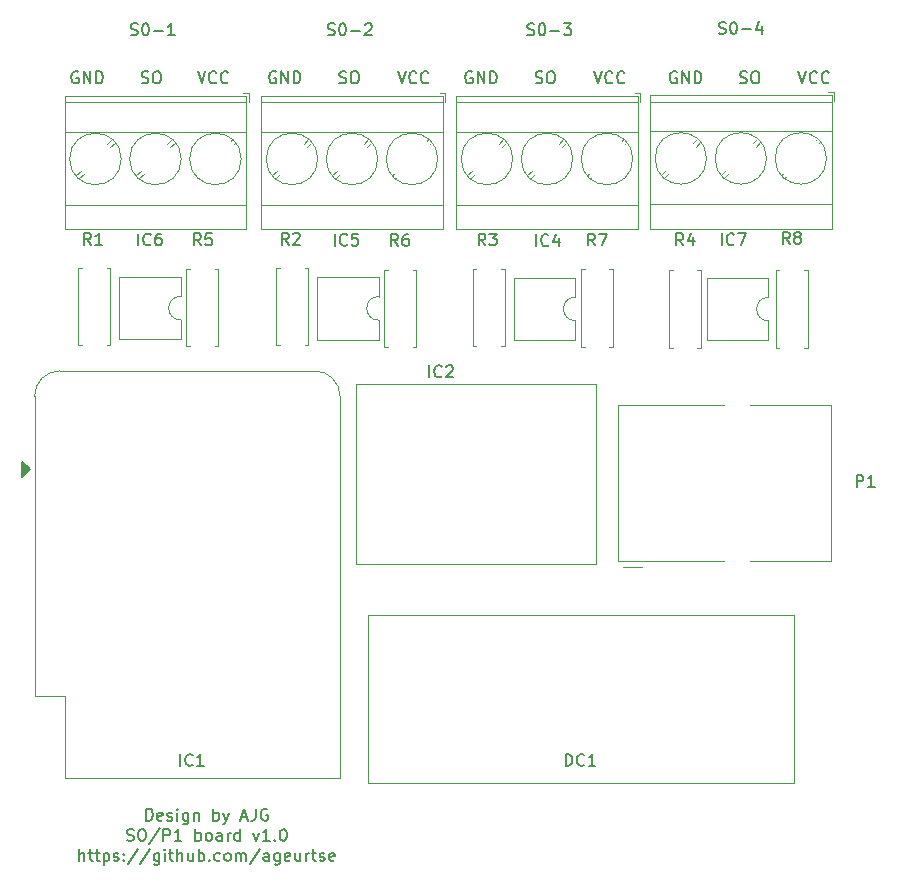
<source format=gbr>
%TF.GenerationSoftware,KiCad,Pcbnew,(6.0.7)*%
%TF.CreationDate,2023-01-06T17:08:48+01:00*%
%TF.ProjectId,s0 interface,73302069-6e74-4657-9266-6163652e6b69,rev?*%
%TF.SameCoordinates,Original*%
%TF.FileFunction,Legend,Top*%
%TF.FilePolarity,Positive*%
%FSLAX46Y46*%
G04 Gerber Fmt 4.6, Leading zero omitted, Abs format (unit mm)*
G04 Created by KiCad (PCBNEW (6.0.7)) date 2023-01-06 17:08:48*
%MOMM*%
%LPD*%
G01*
G04 APERTURE LIST*
%ADD10C,0.150000*%
%ADD11C,0.120000*%
%ADD12C,0.100000*%
G04 APERTURE END LIST*
D10*
X163418095Y-108354761D02*
X163560952Y-108402380D01*
X163799047Y-108402380D01*
X163894285Y-108354761D01*
X163941904Y-108307142D01*
X163989523Y-108211904D01*
X163989523Y-108116666D01*
X163941904Y-108021428D01*
X163894285Y-107973809D01*
X163799047Y-107926190D01*
X163608571Y-107878571D01*
X163513333Y-107830952D01*
X163465714Y-107783333D01*
X163418095Y-107688095D01*
X163418095Y-107592857D01*
X163465714Y-107497619D01*
X163513333Y-107450000D01*
X163608571Y-107402380D01*
X163846666Y-107402380D01*
X163989523Y-107450000D01*
X164608571Y-107402380D02*
X164799047Y-107402380D01*
X164894285Y-107450000D01*
X164989523Y-107545238D01*
X165037142Y-107735714D01*
X165037142Y-108069047D01*
X164989523Y-108259523D01*
X164894285Y-108354761D01*
X164799047Y-108402380D01*
X164608571Y-108402380D01*
X164513333Y-108354761D01*
X164418095Y-108259523D01*
X164370476Y-108069047D01*
X164370476Y-107735714D01*
X164418095Y-107545238D01*
X164513333Y-107450000D01*
X164608571Y-107402380D01*
X166180000Y-107354761D02*
X165322857Y-108640476D01*
X166513333Y-108402380D02*
X166513333Y-107402380D01*
X166894285Y-107402380D01*
X166989523Y-107450000D01*
X167037142Y-107497619D01*
X167084761Y-107592857D01*
X167084761Y-107735714D01*
X167037142Y-107830952D01*
X166989523Y-107878571D01*
X166894285Y-107926190D01*
X166513333Y-107926190D01*
X168037142Y-108402380D02*
X167465714Y-108402380D01*
X167751428Y-108402380D02*
X167751428Y-107402380D01*
X167656190Y-107545238D01*
X167560952Y-107640476D01*
X167465714Y-107688095D01*
X169227619Y-108402380D02*
X169227619Y-107402380D01*
X169227619Y-107783333D02*
X169322857Y-107735714D01*
X169513333Y-107735714D01*
X169608571Y-107783333D01*
X169656190Y-107830952D01*
X169703809Y-107926190D01*
X169703809Y-108211904D01*
X169656190Y-108307142D01*
X169608571Y-108354761D01*
X169513333Y-108402380D01*
X169322857Y-108402380D01*
X169227619Y-108354761D01*
X170275238Y-108402380D02*
X170180000Y-108354761D01*
X170132380Y-108307142D01*
X170084761Y-108211904D01*
X170084761Y-107926190D01*
X170132380Y-107830952D01*
X170180000Y-107783333D01*
X170275238Y-107735714D01*
X170418095Y-107735714D01*
X170513333Y-107783333D01*
X170560952Y-107830952D01*
X170608571Y-107926190D01*
X170608571Y-108211904D01*
X170560952Y-108307142D01*
X170513333Y-108354761D01*
X170418095Y-108402380D01*
X170275238Y-108402380D01*
X171465714Y-108402380D02*
X171465714Y-107878571D01*
X171418095Y-107783333D01*
X171322857Y-107735714D01*
X171132380Y-107735714D01*
X171037142Y-107783333D01*
X171465714Y-108354761D02*
X171370476Y-108402380D01*
X171132380Y-108402380D01*
X171037142Y-108354761D01*
X170989523Y-108259523D01*
X170989523Y-108164285D01*
X171037142Y-108069047D01*
X171132380Y-108021428D01*
X171370476Y-108021428D01*
X171465714Y-107973809D01*
X171941904Y-108402380D02*
X171941904Y-107735714D01*
X171941904Y-107926190D02*
X171989523Y-107830952D01*
X172037142Y-107783333D01*
X172132380Y-107735714D01*
X172227619Y-107735714D01*
X172989523Y-108402380D02*
X172989523Y-107402380D01*
X172989523Y-108354761D02*
X172894285Y-108402380D01*
X172703809Y-108402380D01*
X172608571Y-108354761D01*
X172560952Y-108307142D01*
X172513333Y-108211904D01*
X172513333Y-107926190D01*
X172560952Y-107830952D01*
X172608571Y-107783333D01*
X172703809Y-107735714D01*
X172894285Y-107735714D01*
X172989523Y-107783333D01*
X174132380Y-107735714D02*
X174370476Y-108402380D01*
X174608571Y-107735714D01*
X175513333Y-108402380D02*
X174941904Y-108402380D01*
X175227619Y-108402380D02*
X175227619Y-107402380D01*
X175132380Y-107545238D01*
X175037142Y-107640476D01*
X174941904Y-107688095D01*
X175941904Y-108307142D02*
X175989523Y-108354761D01*
X175941904Y-108402380D01*
X175894285Y-108354761D01*
X175941904Y-108307142D01*
X175941904Y-108402380D01*
X176608571Y-107402380D02*
X176703809Y-107402380D01*
X176799047Y-107450000D01*
X176846666Y-107497619D01*
X176894285Y-107592857D01*
X176941904Y-107783333D01*
X176941904Y-108021428D01*
X176894285Y-108211904D01*
X176846666Y-108307142D01*
X176799047Y-108354761D01*
X176703809Y-108402380D01*
X176608571Y-108402380D01*
X176513333Y-108354761D01*
X176465714Y-108307142D01*
X176418095Y-108211904D01*
X176370476Y-108021428D01*
X176370476Y-107783333D01*
X176418095Y-107592857D01*
X176465714Y-107497619D01*
X176513333Y-107450000D01*
X176608571Y-107402380D01*
X209956495Y-43315000D02*
X209861257Y-43267380D01*
X209718400Y-43267380D01*
X209575542Y-43315000D01*
X209480304Y-43410238D01*
X209432685Y-43505476D01*
X209385066Y-43695952D01*
X209385066Y-43838809D01*
X209432685Y-44029285D01*
X209480304Y-44124523D01*
X209575542Y-44219761D01*
X209718400Y-44267380D01*
X209813638Y-44267380D01*
X209956495Y-44219761D01*
X210004114Y-44172142D01*
X210004114Y-43838809D01*
X209813638Y-43838809D01*
X210432685Y-44267380D02*
X210432685Y-43267380D01*
X211004114Y-44267380D01*
X211004114Y-43267380D01*
X211480304Y-44267380D02*
X211480304Y-43267380D01*
X211718400Y-43267380D01*
X211861257Y-43315000D01*
X211956495Y-43410238D01*
X212004114Y-43505476D01*
X212051733Y-43695952D01*
X212051733Y-43838809D01*
X212004114Y-44029285D01*
X211956495Y-44124523D01*
X211861257Y-44219761D01*
X211718400Y-44267380D01*
X211480304Y-44267380D01*
X165037142Y-106687880D02*
X165037142Y-105687880D01*
X165275238Y-105687880D01*
X165418095Y-105735500D01*
X165513333Y-105830738D01*
X165560952Y-105925976D01*
X165608571Y-106116452D01*
X165608571Y-106259309D01*
X165560952Y-106449785D01*
X165513333Y-106545023D01*
X165418095Y-106640261D01*
X165275238Y-106687880D01*
X165037142Y-106687880D01*
X166418095Y-106640261D02*
X166322857Y-106687880D01*
X166132380Y-106687880D01*
X166037142Y-106640261D01*
X165989523Y-106545023D01*
X165989523Y-106164071D01*
X166037142Y-106068833D01*
X166132380Y-106021214D01*
X166322857Y-106021214D01*
X166418095Y-106068833D01*
X166465714Y-106164071D01*
X166465714Y-106259309D01*
X165989523Y-106354547D01*
X166846666Y-106640261D02*
X166941904Y-106687880D01*
X167132380Y-106687880D01*
X167227619Y-106640261D01*
X167275238Y-106545023D01*
X167275238Y-106497404D01*
X167227619Y-106402166D01*
X167132380Y-106354547D01*
X166989523Y-106354547D01*
X166894285Y-106306928D01*
X166846666Y-106211690D01*
X166846666Y-106164071D01*
X166894285Y-106068833D01*
X166989523Y-106021214D01*
X167132380Y-106021214D01*
X167227619Y-106068833D01*
X167703809Y-106687880D02*
X167703809Y-106021214D01*
X167703809Y-105687880D02*
X167656190Y-105735500D01*
X167703809Y-105783119D01*
X167751428Y-105735500D01*
X167703809Y-105687880D01*
X167703809Y-105783119D01*
X168608571Y-106021214D02*
X168608571Y-106830738D01*
X168560952Y-106925976D01*
X168513333Y-106973595D01*
X168418095Y-107021214D01*
X168275238Y-107021214D01*
X168180000Y-106973595D01*
X168608571Y-106640261D02*
X168513333Y-106687880D01*
X168322857Y-106687880D01*
X168227619Y-106640261D01*
X168180000Y-106592642D01*
X168132380Y-106497404D01*
X168132380Y-106211690D01*
X168180000Y-106116452D01*
X168227619Y-106068833D01*
X168322857Y-106021214D01*
X168513333Y-106021214D01*
X168608571Y-106068833D01*
X169084761Y-106021214D02*
X169084761Y-106687880D01*
X169084761Y-106116452D02*
X169132380Y-106068833D01*
X169227619Y-106021214D01*
X169370476Y-106021214D01*
X169465714Y-106068833D01*
X169513333Y-106164071D01*
X169513333Y-106687880D01*
X170751428Y-106687880D02*
X170751428Y-105687880D01*
X170751428Y-106068833D02*
X170846666Y-106021214D01*
X171037142Y-106021214D01*
X171132380Y-106068833D01*
X171180000Y-106116452D01*
X171227619Y-106211690D01*
X171227619Y-106497404D01*
X171180000Y-106592642D01*
X171132380Y-106640261D01*
X171037142Y-106687880D01*
X170846666Y-106687880D01*
X170751428Y-106640261D01*
X171560952Y-106021214D02*
X171799047Y-106687880D01*
X172037142Y-106021214D02*
X171799047Y-106687880D01*
X171703809Y-106925976D01*
X171656190Y-106973595D01*
X171560952Y-107021214D01*
X173132380Y-106402166D02*
X173608571Y-106402166D01*
X173037142Y-106687880D02*
X173370476Y-105687880D01*
X173703809Y-106687880D01*
X174322857Y-105687880D02*
X174322857Y-106402166D01*
X174275238Y-106545023D01*
X174180000Y-106640261D01*
X174037142Y-106687880D01*
X173941904Y-106687880D01*
X175322857Y-105735500D02*
X175227619Y-105687880D01*
X175084761Y-105687880D01*
X174941904Y-105735500D01*
X174846666Y-105830738D01*
X174799047Y-105925976D01*
X174751428Y-106116452D01*
X174751428Y-106259309D01*
X174799047Y-106449785D01*
X174846666Y-106545023D01*
X174941904Y-106640261D01*
X175084761Y-106687880D01*
X175180000Y-106687880D01*
X175322857Y-106640261D01*
X175370476Y-106592642D01*
X175370476Y-106259309D01*
X175180000Y-106259309D01*
X202958866Y-43267380D02*
X203292200Y-44267380D01*
X203625533Y-43267380D01*
X204530295Y-44172142D02*
X204482676Y-44219761D01*
X204339819Y-44267380D01*
X204244580Y-44267380D01*
X204101723Y-44219761D01*
X204006485Y-44124523D01*
X203958866Y-44029285D01*
X203911247Y-43838809D01*
X203911247Y-43695952D01*
X203958866Y-43505476D01*
X204006485Y-43410238D01*
X204101723Y-43315000D01*
X204244580Y-43267380D01*
X204339819Y-43267380D01*
X204482676Y-43315000D01*
X204530295Y-43362619D01*
X205530295Y-44172142D02*
X205482676Y-44219761D01*
X205339819Y-44267380D01*
X205244580Y-44267380D01*
X205101723Y-44219761D01*
X205006485Y-44124523D01*
X204958866Y-44029285D01*
X204911247Y-43838809D01*
X204911247Y-43695952D01*
X204958866Y-43505476D01*
X205006485Y-43410238D01*
X205101723Y-43315000D01*
X205244580Y-43267380D01*
X205339819Y-43267380D01*
X205482676Y-43315000D01*
X205530295Y-43362619D01*
X164671476Y-44219761D02*
X164814333Y-44267380D01*
X165052428Y-44267380D01*
X165147666Y-44219761D01*
X165195285Y-44172142D01*
X165242904Y-44076904D01*
X165242904Y-43981666D01*
X165195285Y-43886428D01*
X165147666Y-43838809D01*
X165052428Y-43791190D01*
X164861952Y-43743571D01*
X164766714Y-43695952D01*
X164719095Y-43648333D01*
X164671476Y-43553095D01*
X164671476Y-43457857D01*
X164719095Y-43362619D01*
X164766714Y-43315000D01*
X164861952Y-43267380D01*
X165100047Y-43267380D01*
X165242904Y-43315000D01*
X165861952Y-43267380D02*
X166052428Y-43267380D01*
X166147666Y-43315000D01*
X166242904Y-43410238D01*
X166290523Y-43600714D01*
X166290523Y-43934047D01*
X166242904Y-44124523D01*
X166147666Y-44219761D01*
X166052428Y-44267380D01*
X165861952Y-44267380D01*
X165766714Y-44219761D01*
X165671476Y-44124523D01*
X165623857Y-43934047D01*
X165623857Y-43600714D01*
X165671476Y-43410238D01*
X165766714Y-43315000D01*
X165861952Y-43267380D01*
X220281666Y-43267380D02*
X220615000Y-44267380D01*
X220948333Y-43267380D01*
X221853095Y-44172142D02*
X221805476Y-44219761D01*
X221662619Y-44267380D01*
X221567380Y-44267380D01*
X221424523Y-44219761D01*
X221329285Y-44124523D01*
X221281666Y-44029285D01*
X221234047Y-43838809D01*
X221234047Y-43695952D01*
X221281666Y-43505476D01*
X221329285Y-43410238D01*
X221424523Y-43315000D01*
X221567380Y-43267380D01*
X221662619Y-43267380D01*
X221805476Y-43315000D01*
X221853095Y-43362619D01*
X222853095Y-44172142D02*
X222805476Y-44219761D01*
X222662619Y-44267380D01*
X222567380Y-44267380D01*
X222424523Y-44219761D01*
X222329285Y-44124523D01*
X222281666Y-44029285D01*
X222234047Y-43838809D01*
X222234047Y-43695952D01*
X222281666Y-43505476D01*
X222329285Y-43410238D01*
X222424523Y-43315000D01*
X222567380Y-43267380D01*
X222662619Y-43267380D01*
X222805476Y-43315000D01*
X222853095Y-43362619D01*
X159283495Y-43315000D02*
X159188257Y-43267380D01*
X159045400Y-43267380D01*
X158902542Y-43315000D01*
X158807304Y-43410238D01*
X158759685Y-43505476D01*
X158712066Y-43695952D01*
X158712066Y-43838809D01*
X158759685Y-44029285D01*
X158807304Y-44124523D01*
X158902542Y-44219761D01*
X159045400Y-44267380D01*
X159140638Y-44267380D01*
X159283495Y-44219761D01*
X159331114Y-44172142D01*
X159331114Y-43838809D01*
X159140638Y-43838809D01*
X159759685Y-44267380D02*
X159759685Y-43267380D01*
X160331114Y-44267380D01*
X160331114Y-43267380D01*
X160807304Y-44267380D02*
X160807304Y-43267380D01*
X161045400Y-43267380D01*
X161188257Y-43315000D01*
X161283495Y-43410238D01*
X161331114Y-43505476D01*
X161378733Y-43695952D01*
X161378733Y-43838809D01*
X161331114Y-44029285D01*
X161283495Y-44124523D01*
X161188257Y-44219761D01*
X161045400Y-44267380D01*
X160807304Y-44267380D01*
X169405466Y-43267380D02*
X169738800Y-44267380D01*
X170072133Y-43267380D01*
X170976895Y-44172142D02*
X170929276Y-44219761D01*
X170786419Y-44267380D01*
X170691180Y-44267380D01*
X170548323Y-44219761D01*
X170453085Y-44124523D01*
X170405466Y-44029285D01*
X170357847Y-43838809D01*
X170357847Y-43695952D01*
X170405466Y-43505476D01*
X170453085Y-43410238D01*
X170548323Y-43315000D01*
X170691180Y-43267380D01*
X170786419Y-43267380D01*
X170929276Y-43315000D01*
X170976895Y-43362619D01*
X171976895Y-44172142D02*
X171929276Y-44219761D01*
X171786419Y-44267380D01*
X171691180Y-44267380D01*
X171548323Y-44219761D01*
X171453085Y-44124523D01*
X171405466Y-44029285D01*
X171357847Y-43838809D01*
X171357847Y-43695952D01*
X171405466Y-43505476D01*
X171453085Y-43410238D01*
X171548323Y-43315000D01*
X171691180Y-43267380D01*
X171786419Y-43267380D01*
X171929276Y-43315000D01*
X171976895Y-43362619D01*
X215344476Y-44219761D02*
X215487333Y-44267380D01*
X215725428Y-44267380D01*
X215820666Y-44219761D01*
X215868285Y-44172142D01*
X215915904Y-44076904D01*
X215915904Y-43981666D01*
X215868285Y-43886428D01*
X215820666Y-43838809D01*
X215725428Y-43791190D01*
X215534952Y-43743571D01*
X215439714Y-43695952D01*
X215392095Y-43648333D01*
X215344476Y-43553095D01*
X215344476Y-43457857D01*
X215392095Y-43362619D01*
X215439714Y-43315000D01*
X215534952Y-43267380D01*
X215773047Y-43267380D01*
X215915904Y-43315000D01*
X216534952Y-43267380D02*
X216725428Y-43267380D01*
X216820666Y-43315000D01*
X216915904Y-43410238D01*
X216963523Y-43600714D01*
X216963523Y-43934047D01*
X216915904Y-44124523D01*
X216820666Y-44219761D01*
X216725428Y-44267380D01*
X216534952Y-44267380D01*
X216439714Y-44219761D01*
X216344476Y-44124523D01*
X216296857Y-43934047D01*
X216296857Y-43600714D01*
X216344476Y-43410238D01*
X216439714Y-43315000D01*
X216534952Y-43267380D01*
X192633695Y-43315000D02*
X192538457Y-43267380D01*
X192395600Y-43267380D01*
X192252742Y-43315000D01*
X192157504Y-43410238D01*
X192109885Y-43505476D01*
X192062266Y-43695952D01*
X192062266Y-43838809D01*
X192109885Y-44029285D01*
X192157504Y-44124523D01*
X192252742Y-44219761D01*
X192395600Y-44267380D01*
X192490838Y-44267380D01*
X192633695Y-44219761D01*
X192681314Y-44172142D01*
X192681314Y-43838809D01*
X192490838Y-43838809D01*
X193109885Y-44267380D02*
X193109885Y-43267380D01*
X193681314Y-44267380D01*
X193681314Y-43267380D01*
X194157504Y-44267380D02*
X194157504Y-43267380D01*
X194395600Y-43267380D01*
X194538457Y-43315000D01*
X194633695Y-43410238D01*
X194681314Y-43505476D01*
X194728933Y-43695952D01*
X194728933Y-43838809D01*
X194681314Y-44029285D01*
X194633695Y-44124523D01*
X194538457Y-44219761D01*
X194395600Y-44267380D01*
X194157504Y-44267380D01*
X181410076Y-44219761D02*
X181552933Y-44267380D01*
X181791028Y-44267380D01*
X181886266Y-44219761D01*
X181933885Y-44172142D01*
X181981504Y-44076904D01*
X181981504Y-43981666D01*
X181933885Y-43886428D01*
X181886266Y-43838809D01*
X181791028Y-43791190D01*
X181600552Y-43743571D01*
X181505314Y-43695952D01*
X181457695Y-43648333D01*
X181410076Y-43553095D01*
X181410076Y-43457857D01*
X181457695Y-43362619D01*
X181505314Y-43315000D01*
X181600552Y-43267380D01*
X181838647Y-43267380D01*
X181981504Y-43315000D01*
X182600552Y-43267380D02*
X182791028Y-43267380D01*
X182886266Y-43315000D01*
X182981504Y-43410238D01*
X183029123Y-43600714D01*
X183029123Y-43934047D01*
X182981504Y-44124523D01*
X182886266Y-44219761D01*
X182791028Y-44267380D01*
X182600552Y-44267380D01*
X182505314Y-44219761D01*
X182410076Y-44124523D01*
X182362457Y-43934047D01*
X182362457Y-43600714D01*
X182410076Y-43410238D01*
X182505314Y-43315000D01*
X182600552Y-43267380D01*
X159394285Y-110116880D02*
X159394285Y-109116880D01*
X159822857Y-110116880D02*
X159822857Y-109593071D01*
X159775238Y-109497833D01*
X159680000Y-109450214D01*
X159537142Y-109450214D01*
X159441904Y-109497833D01*
X159394285Y-109545452D01*
X160156190Y-109450214D02*
X160537142Y-109450214D01*
X160299047Y-109116880D02*
X160299047Y-109974023D01*
X160346666Y-110069261D01*
X160441904Y-110116880D01*
X160537142Y-110116880D01*
X160727619Y-109450214D02*
X161108571Y-109450214D01*
X160870476Y-109116880D02*
X160870476Y-109974023D01*
X160918095Y-110069261D01*
X161013333Y-110116880D01*
X161108571Y-110116880D01*
X161441904Y-109450214D02*
X161441904Y-110450214D01*
X161441904Y-109497833D02*
X161537142Y-109450214D01*
X161727619Y-109450214D01*
X161822857Y-109497833D01*
X161870476Y-109545452D01*
X161918095Y-109640690D01*
X161918095Y-109926404D01*
X161870476Y-110021642D01*
X161822857Y-110069261D01*
X161727619Y-110116880D01*
X161537142Y-110116880D01*
X161441904Y-110069261D01*
X162299047Y-110069261D02*
X162394285Y-110116880D01*
X162584761Y-110116880D01*
X162680000Y-110069261D01*
X162727619Y-109974023D01*
X162727619Y-109926404D01*
X162680000Y-109831166D01*
X162584761Y-109783547D01*
X162441904Y-109783547D01*
X162346666Y-109735928D01*
X162299047Y-109640690D01*
X162299047Y-109593071D01*
X162346666Y-109497833D01*
X162441904Y-109450214D01*
X162584761Y-109450214D01*
X162680000Y-109497833D01*
X163156190Y-110021642D02*
X163203809Y-110069261D01*
X163156190Y-110116880D01*
X163108571Y-110069261D01*
X163156190Y-110021642D01*
X163156190Y-110116880D01*
X163156190Y-109497833D02*
X163203809Y-109545452D01*
X163156190Y-109593071D01*
X163108571Y-109545452D01*
X163156190Y-109497833D01*
X163156190Y-109593071D01*
X164346666Y-109069261D02*
X163489523Y-110354976D01*
X165394285Y-109069261D02*
X164537142Y-110354976D01*
X166156190Y-109450214D02*
X166156190Y-110259738D01*
X166108571Y-110354976D01*
X166060952Y-110402595D01*
X165965714Y-110450214D01*
X165822857Y-110450214D01*
X165727619Y-110402595D01*
X166156190Y-110069261D02*
X166060952Y-110116880D01*
X165870476Y-110116880D01*
X165775238Y-110069261D01*
X165727619Y-110021642D01*
X165680000Y-109926404D01*
X165680000Y-109640690D01*
X165727619Y-109545452D01*
X165775238Y-109497833D01*
X165870476Y-109450214D01*
X166060952Y-109450214D01*
X166156190Y-109497833D01*
X166632380Y-110116880D02*
X166632380Y-109450214D01*
X166632380Y-109116880D02*
X166584761Y-109164500D01*
X166632380Y-109212119D01*
X166680000Y-109164500D01*
X166632380Y-109116880D01*
X166632380Y-109212119D01*
X166965714Y-109450214D02*
X167346666Y-109450214D01*
X167108571Y-109116880D02*
X167108571Y-109974023D01*
X167156190Y-110069261D01*
X167251428Y-110116880D01*
X167346666Y-110116880D01*
X167680000Y-110116880D02*
X167680000Y-109116880D01*
X168108571Y-110116880D02*
X168108571Y-109593071D01*
X168060952Y-109497833D01*
X167965714Y-109450214D01*
X167822857Y-109450214D01*
X167727619Y-109497833D01*
X167680000Y-109545452D01*
X169013333Y-109450214D02*
X169013333Y-110116880D01*
X168584761Y-109450214D02*
X168584761Y-109974023D01*
X168632380Y-110069261D01*
X168727619Y-110116880D01*
X168870476Y-110116880D01*
X168965714Y-110069261D01*
X169013333Y-110021642D01*
X169489523Y-110116880D02*
X169489523Y-109116880D01*
X169489523Y-109497833D02*
X169584761Y-109450214D01*
X169775238Y-109450214D01*
X169870476Y-109497833D01*
X169918095Y-109545452D01*
X169965714Y-109640690D01*
X169965714Y-109926404D01*
X169918095Y-110021642D01*
X169870476Y-110069261D01*
X169775238Y-110116880D01*
X169584761Y-110116880D01*
X169489523Y-110069261D01*
X170394285Y-110021642D02*
X170441904Y-110069261D01*
X170394285Y-110116880D01*
X170346666Y-110069261D01*
X170394285Y-110021642D01*
X170394285Y-110116880D01*
X171299047Y-110069261D02*
X171203809Y-110116880D01*
X171013333Y-110116880D01*
X170918095Y-110069261D01*
X170870476Y-110021642D01*
X170822857Y-109926404D01*
X170822857Y-109640690D01*
X170870476Y-109545452D01*
X170918095Y-109497833D01*
X171013333Y-109450214D01*
X171203809Y-109450214D01*
X171299047Y-109497833D01*
X171870476Y-110116880D02*
X171775238Y-110069261D01*
X171727619Y-110021642D01*
X171680000Y-109926404D01*
X171680000Y-109640690D01*
X171727619Y-109545452D01*
X171775238Y-109497833D01*
X171870476Y-109450214D01*
X172013333Y-109450214D01*
X172108571Y-109497833D01*
X172156190Y-109545452D01*
X172203809Y-109640690D01*
X172203809Y-109926404D01*
X172156190Y-110021642D01*
X172108571Y-110069261D01*
X172013333Y-110116880D01*
X171870476Y-110116880D01*
X172632380Y-110116880D02*
X172632380Y-109450214D01*
X172632380Y-109545452D02*
X172680000Y-109497833D01*
X172775238Y-109450214D01*
X172918095Y-109450214D01*
X173013333Y-109497833D01*
X173060952Y-109593071D01*
X173060952Y-110116880D01*
X173060952Y-109593071D02*
X173108571Y-109497833D01*
X173203809Y-109450214D01*
X173346666Y-109450214D01*
X173441904Y-109497833D01*
X173489523Y-109593071D01*
X173489523Y-110116880D01*
X174680000Y-109069261D02*
X173822857Y-110354976D01*
X175441904Y-110116880D02*
X175441904Y-109593071D01*
X175394285Y-109497833D01*
X175299047Y-109450214D01*
X175108571Y-109450214D01*
X175013333Y-109497833D01*
X175441904Y-110069261D02*
X175346666Y-110116880D01*
X175108571Y-110116880D01*
X175013333Y-110069261D01*
X174965714Y-109974023D01*
X174965714Y-109878785D01*
X175013333Y-109783547D01*
X175108571Y-109735928D01*
X175346666Y-109735928D01*
X175441904Y-109688309D01*
X176346666Y-109450214D02*
X176346666Y-110259738D01*
X176299047Y-110354976D01*
X176251428Y-110402595D01*
X176156190Y-110450214D01*
X176013333Y-110450214D01*
X175918095Y-110402595D01*
X176346666Y-110069261D02*
X176251428Y-110116880D01*
X176060952Y-110116880D01*
X175965714Y-110069261D01*
X175918095Y-110021642D01*
X175870476Y-109926404D01*
X175870476Y-109640690D01*
X175918095Y-109545452D01*
X175965714Y-109497833D01*
X176060952Y-109450214D01*
X176251428Y-109450214D01*
X176346666Y-109497833D01*
X177203809Y-110069261D02*
X177108571Y-110116880D01*
X176918095Y-110116880D01*
X176822857Y-110069261D01*
X176775238Y-109974023D01*
X176775238Y-109593071D01*
X176822857Y-109497833D01*
X176918095Y-109450214D01*
X177108571Y-109450214D01*
X177203809Y-109497833D01*
X177251428Y-109593071D01*
X177251428Y-109688309D01*
X176775238Y-109783547D01*
X178108571Y-109450214D02*
X178108571Y-110116880D01*
X177680000Y-109450214D02*
X177680000Y-109974023D01*
X177727619Y-110069261D01*
X177822857Y-110116880D01*
X177965714Y-110116880D01*
X178060952Y-110069261D01*
X178108571Y-110021642D01*
X178584761Y-110116880D02*
X178584761Y-109450214D01*
X178584761Y-109640690D02*
X178632380Y-109545452D01*
X178680000Y-109497833D01*
X178775238Y-109450214D01*
X178870476Y-109450214D01*
X179060952Y-109450214D02*
X179441904Y-109450214D01*
X179203809Y-109116880D02*
X179203809Y-109974023D01*
X179251428Y-110069261D01*
X179346666Y-110116880D01*
X179441904Y-110116880D01*
X179727619Y-110069261D02*
X179822857Y-110116880D01*
X180013333Y-110116880D01*
X180108571Y-110069261D01*
X180156190Y-109974023D01*
X180156190Y-109926404D01*
X180108571Y-109831166D01*
X180013333Y-109783547D01*
X179870476Y-109783547D01*
X179775238Y-109735928D01*
X179727619Y-109640690D01*
X179727619Y-109593071D01*
X179775238Y-109497833D01*
X179870476Y-109450214D01*
X180013333Y-109450214D01*
X180108571Y-109497833D01*
X180965714Y-110069261D02*
X180870476Y-110116880D01*
X180680000Y-110116880D01*
X180584761Y-110069261D01*
X180537142Y-109974023D01*
X180537142Y-109593071D01*
X180584761Y-109497833D01*
X180680000Y-109450214D01*
X180870476Y-109450214D01*
X180965714Y-109497833D01*
X181013333Y-109593071D01*
X181013333Y-109688309D01*
X180537142Y-109783547D01*
X186347266Y-43267380D02*
X186680600Y-44267380D01*
X187013933Y-43267380D01*
X187918695Y-44172142D02*
X187871076Y-44219761D01*
X187728219Y-44267380D01*
X187632980Y-44267380D01*
X187490123Y-44219761D01*
X187394885Y-44124523D01*
X187347266Y-44029285D01*
X187299647Y-43838809D01*
X187299647Y-43695952D01*
X187347266Y-43505476D01*
X187394885Y-43410238D01*
X187490123Y-43315000D01*
X187632980Y-43267380D01*
X187728219Y-43267380D01*
X187871076Y-43315000D01*
X187918695Y-43362619D01*
X188918695Y-44172142D02*
X188871076Y-44219761D01*
X188728219Y-44267380D01*
X188632980Y-44267380D01*
X188490123Y-44219761D01*
X188394885Y-44124523D01*
X188347266Y-44029285D01*
X188299647Y-43838809D01*
X188299647Y-43695952D01*
X188347266Y-43505476D01*
X188394885Y-43410238D01*
X188490123Y-43315000D01*
X188632980Y-43267380D01*
X188728219Y-43267380D01*
X188871076Y-43315000D01*
X188918695Y-43362619D01*
X198021676Y-44219761D02*
X198164533Y-44267380D01*
X198402628Y-44267380D01*
X198497866Y-44219761D01*
X198545485Y-44172142D01*
X198593104Y-44076904D01*
X198593104Y-43981666D01*
X198545485Y-43886428D01*
X198497866Y-43838809D01*
X198402628Y-43791190D01*
X198212152Y-43743571D01*
X198116914Y-43695952D01*
X198069295Y-43648333D01*
X198021676Y-43553095D01*
X198021676Y-43457857D01*
X198069295Y-43362619D01*
X198116914Y-43315000D01*
X198212152Y-43267380D01*
X198450247Y-43267380D01*
X198593104Y-43315000D01*
X199212152Y-43267380D02*
X199402628Y-43267380D01*
X199497866Y-43315000D01*
X199593104Y-43410238D01*
X199640723Y-43600714D01*
X199640723Y-43934047D01*
X199593104Y-44124523D01*
X199497866Y-44219761D01*
X199402628Y-44267380D01*
X199212152Y-44267380D01*
X199116914Y-44219761D01*
X199021676Y-44124523D01*
X198974057Y-43934047D01*
X198974057Y-43600714D01*
X199021676Y-43410238D01*
X199116914Y-43315000D01*
X199212152Y-43267380D01*
X176022095Y-43315000D02*
X175926857Y-43267380D01*
X175784000Y-43267380D01*
X175641142Y-43315000D01*
X175545904Y-43410238D01*
X175498285Y-43505476D01*
X175450666Y-43695952D01*
X175450666Y-43838809D01*
X175498285Y-44029285D01*
X175545904Y-44124523D01*
X175641142Y-44219761D01*
X175784000Y-44267380D01*
X175879238Y-44267380D01*
X176022095Y-44219761D01*
X176069714Y-44172142D01*
X176069714Y-43838809D01*
X175879238Y-43838809D01*
X176498285Y-44267380D02*
X176498285Y-43267380D01*
X177069714Y-44267380D01*
X177069714Y-43267380D01*
X177545904Y-44267380D02*
X177545904Y-43267380D01*
X177784000Y-43267380D01*
X177926857Y-43315000D01*
X178022095Y-43410238D01*
X178069714Y-43505476D01*
X178117333Y-43695952D01*
X178117333Y-43838809D01*
X178069714Y-44029285D01*
X178022095Y-44124523D01*
X177926857Y-44219761D01*
X177784000Y-44267380D01*
X177545904Y-44267380D01*
%TO.C,P1*%
X225194904Y-78430380D02*
X225194904Y-77430380D01*
X225575857Y-77430380D01*
X225671095Y-77478000D01*
X225718714Y-77525619D01*
X225766333Y-77620857D01*
X225766333Y-77763714D01*
X225718714Y-77858952D01*
X225671095Y-77906571D01*
X225575857Y-77954190D01*
X225194904Y-77954190D01*
X226718714Y-78430380D02*
X226147285Y-78430380D01*
X226433000Y-78430380D02*
X226433000Y-77430380D01*
X226337761Y-77573238D01*
X226242523Y-77668476D01*
X226147285Y-77716095D01*
%TO.C,S0-4*%
X213534857Y-40028761D02*
X213677714Y-40076380D01*
X213915809Y-40076380D01*
X214011047Y-40028761D01*
X214058666Y-39981142D01*
X214106285Y-39885904D01*
X214106285Y-39790666D01*
X214058666Y-39695428D01*
X214011047Y-39647809D01*
X213915809Y-39600190D01*
X213725333Y-39552571D01*
X213630095Y-39504952D01*
X213582476Y-39457333D01*
X213534857Y-39362095D01*
X213534857Y-39266857D01*
X213582476Y-39171619D01*
X213630095Y-39124000D01*
X213725333Y-39076380D01*
X213963428Y-39076380D01*
X214106285Y-39124000D01*
X214725333Y-39076380D02*
X214820571Y-39076380D01*
X214915809Y-39124000D01*
X214963428Y-39171619D01*
X215011047Y-39266857D01*
X215058666Y-39457333D01*
X215058666Y-39695428D01*
X215011047Y-39885904D01*
X214963428Y-39981142D01*
X214915809Y-40028761D01*
X214820571Y-40076380D01*
X214725333Y-40076380D01*
X214630095Y-40028761D01*
X214582476Y-39981142D01*
X214534857Y-39885904D01*
X214487238Y-39695428D01*
X214487238Y-39457333D01*
X214534857Y-39266857D01*
X214582476Y-39171619D01*
X214630095Y-39124000D01*
X214725333Y-39076380D01*
X215487238Y-39695428D02*
X216249142Y-39695428D01*
X217153904Y-39409714D02*
X217153904Y-40076380D01*
X216915809Y-39028761D02*
X216677714Y-39743047D01*
X217296761Y-39743047D01*
%TO.C,R8*%
X219538333Y-57856380D02*
X219205000Y-57380190D01*
X218966904Y-57856380D02*
X218966904Y-56856380D01*
X219347857Y-56856380D01*
X219443095Y-56904000D01*
X219490714Y-56951619D01*
X219538333Y-57046857D01*
X219538333Y-57189714D01*
X219490714Y-57284952D01*
X219443095Y-57332571D01*
X219347857Y-57380190D01*
X218966904Y-57380190D01*
X220109761Y-57284952D02*
X220014523Y-57237333D01*
X219966904Y-57189714D01*
X219919285Y-57094476D01*
X219919285Y-57046857D01*
X219966904Y-56951619D01*
X220014523Y-56904000D01*
X220109761Y-56856380D01*
X220300238Y-56856380D01*
X220395476Y-56904000D01*
X220443095Y-56951619D01*
X220490714Y-57046857D01*
X220490714Y-57094476D01*
X220443095Y-57189714D01*
X220395476Y-57237333D01*
X220300238Y-57284952D01*
X220109761Y-57284952D01*
X220014523Y-57332571D01*
X219966904Y-57380190D01*
X219919285Y-57475428D01*
X219919285Y-57665904D01*
X219966904Y-57761142D01*
X220014523Y-57808761D01*
X220109761Y-57856380D01*
X220300238Y-57856380D01*
X220395476Y-57808761D01*
X220443095Y-57761142D01*
X220490714Y-57665904D01*
X220490714Y-57475428D01*
X220443095Y-57380190D01*
X220395476Y-57332571D01*
X220300238Y-57284952D01*
%TO.C,R4*%
X210521333Y-57983380D02*
X210188000Y-57507190D01*
X209949904Y-57983380D02*
X209949904Y-56983380D01*
X210330857Y-56983380D01*
X210426095Y-57031000D01*
X210473714Y-57078619D01*
X210521333Y-57173857D01*
X210521333Y-57316714D01*
X210473714Y-57411952D01*
X210426095Y-57459571D01*
X210330857Y-57507190D01*
X209949904Y-57507190D01*
X211378476Y-57316714D02*
X211378476Y-57983380D01*
X211140380Y-56935761D02*
X210902285Y-57650047D01*
X211521333Y-57650047D01*
%TO.C,IC7*%
X213775809Y-57983380D02*
X213775809Y-56983380D01*
X214823428Y-57888142D02*
X214775809Y-57935761D01*
X214632952Y-57983380D01*
X214537714Y-57983380D01*
X214394857Y-57935761D01*
X214299619Y-57840523D01*
X214252000Y-57745285D01*
X214204380Y-57554809D01*
X214204380Y-57411952D01*
X214252000Y-57221476D01*
X214299619Y-57126238D01*
X214394857Y-57031000D01*
X214537714Y-56983380D01*
X214632952Y-56983380D01*
X214775809Y-57031000D01*
X214823428Y-57078619D01*
X215156761Y-56983380D02*
X215823428Y-56983380D01*
X215394857Y-57983380D01*
%TO.C,IC6*%
X164381809Y-57995880D02*
X164381809Y-56995880D01*
X165429428Y-57900642D02*
X165381809Y-57948261D01*
X165238952Y-57995880D01*
X165143714Y-57995880D01*
X165000857Y-57948261D01*
X164905619Y-57853023D01*
X164858000Y-57757785D01*
X164810380Y-57567309D01*
X164810380Y-57424452D01*
X164858000Y-57233976D01*
X164905619Y-57138738D01*
X165000857Y-57043500D01*
X165143714Y-56995880D01*
X165238952Y-56995880D01*
X165381809Y-57043500D01*
X165429428Y-57091119D01*
X166286571Y-56995880D02*
X166096095Y-56995880D01*
X166000857Y-57043500D01*
X165953238Y-57091119D01*
X165858000Y-57233976D01*
X165810380Y-57424452D01*
X165810380Y-57805404D01*
X165858000Y-57900642D01*
X165905619Y-57948261D01*
X166000857Y-57995880D01*
X166191333Y-57995880D01*
X166286571Y-57948261D01*
X166334190Y-57900642D01*
X166381809Y-57805404D01*
X166381809Y-57567309D01*
X166334190Y-57472071D01*
X166286571Y-57424452D01*
X166191333Y-57376833D01*
X166000857Y-57376833D01*
X165905619Y-57424452D01*
X165858000Y-57472071D01*
X165810380Y-57567309D01*
%TO.C,S0-3*%
X197329657Y-40155761D02*
X197472514Y-40203380D01*
X197710609Y-40203380D01*
X197805847Y-40155761D01*
X197853466Y-40108142D01*
X197901085Y-40012904D01*
X197901085Y-39917666D01*
X197853466Y-39822428D01*
X197805847Y-39774809D01*
X197710609Y-39727190D01*
X197520133Y-39679571D01*
X197424895Y-39631952D01*
X197377276Y-39584333D01*
X197329657Y-39489095D01*
X197329657Y-39393857D01*
X197377276Y-39298619D01*
X197424895Y-39251000D01*
X197520133Y-39203380D01*
X197758228Y-39203380D01*
X197901085Y-39251000D01*
X198520133Y-39203380D02*
X198615371Y-39203380D01*
X198710609Y-39251000D01*
X198758228Y-39298619D01*
X198805847Y-39393857D01*
X198853466Y-39584333D01*
X198853466Y-39822428D01*
X198805847Y-40012904D01*
X198758228Y-40108142D01*
X198710609Y-40155761D01*
X198615371Y-40203380D01*
X198520133Y-40203380D01*
X198424895Y-40155761D01*
X198377276Y-40108142D01*
X198329657Y-40012904D01*
X198282038Y-39822428D01*
X198282038Y-39584333D01*
X198329657Y-39393857D01*
X198377276Y-39298619D01*
X198424895Y-39251000D01*
X198520133Y-39203380D01*
X199282038Y-39822428D02*
X200043942Y-39822428D01*
X200424895Y-39203380D02*
X201043942Y-39203380D01*
X200710609Y-39584333D01*
X200853466Y-39584333D01*
X200948704Y-39631952D01*
X200996323Y-39679571D01*
X201043942Y-39774809D01*
X201043942Y-40012904D01*
X200996323Y-40108142D01*
X200948704Y-40155761D01*
X200853466Y-40203380D01*
X200567752Y-40203380D01*
X200472514Y-40155761D01*
X200424895Y-40108142D01*
%TO.C,S0-2*%
X180438657Y-40155761D02*
X180581514Y-40203380D01*
X180819609Y-40203380D01*
X180914847Y-40155761D01*
X180962466Y-40108142D01*
X181010085Y-40012904D01*
X181010085Y-39917666D01*
X180962466Y-39822428D01*
X180914847Y-39774809D01*
X180819609Y-39727190D01*
X180629133Y-39679571D01*
X180533895Y-39631952D01*
X180486276Y-39584333D01*
X180438657Y-39489095D01*
X180438657Y-39393857D01*
X180486276Y-39298619D01*
X180533895Y-39251000D01*
X180629133Y-39203380D01*
X180867228Y-39203380D01*
X181010085Y-39251000D01*
X181629133Y-39203380D02*
X181724371Y-39203380D01*
X181819609Y-39251000D01*
X181867228Y-39298619D01*
X181914847Y-39393857D01*
X181962466Y-39584333D01*
X181962466Y-39822428D01*
X181914847Y-40012904D01*
X181867228Y-40108142D01*
X181819609Y-40155761D01*
X181724371Y-40203380D01*
X181629133Y-40203380D01*
X181533895Y-40155761D01*
X181486276Y-40108142D01*
X181438657Y-40012904D01*
X181391038Y-39822428D01*
X181391038Y-39584333D01*
X181438657Y-39393857D01*
X181486276Y-39298619D01*
X181533895Y-39251000D01*
X181629133Y-39203380D01*
X182391038Y-39822428D02*
X183152942Y-39822428D01*
X183581514Y-39298619D02*
X183629133Y-39251000D01*
X183724371Y-39203380D01*
X183962466Y-39203380D01*
X184057704Y-39251000D01*
X184105323Y-39298619D01*
X184152942Y-39393857D01*
X184152942Y-39489095D01*
X184105323Y-39631952D01*
X183533895Y-40203380D01*
X184152942Y-40203380D01*
%TO.C,IC2*%
X189015809Y-69159380D02*
X189015809Y-68159380D01*
X190063428Y-69064142D02*
X190015809Y-69111761D01*
X189872952Y-69159380D01*
X189777714Y-69159380D01*
X189634857Y-69111761D01*
X189539619Y-69016523D01*
X189492000Y-68921285D01*
X189444380Y-68730809D01*
X189444380Y-68587952D01*
X189492000Y-68397476D01*
X189539619Y-68302238D01*
X189634857Y-68207000D01*
X189777714Y-68159380D01*
X189872952Y-68159380D01*
X190015809Y-68207000D01*
X190063428Y-68254619D01*
X190444380Y-68254619D02*
X190492000Y-68207000D01*
X190587238Y-68159380D01*
X190825333Y-68159380D01*
X190920571Y-68207000D01*
X190968190Y-68254619D01*
X191015809Y-68349857D01*
X191015809Y-68445095D01*
X190968190Y-68587952D01*
X190396761Y-69159380D01*
X191015809Y-69159380D01*
%TO.C,R5*%
X169683133Y-57983380D02*
X169349800Y-57507190D01*
X169111704Y-57983380D02*
X169111704Y-56983380D01*
X169492657Y-56983380D01*
X169587895Y-57031000D01*
X169635514Y-57078619D01*
X169683133Y-57173857D01*
X169683133Y-57316714D01*
X169635514Y-57411952D01*
X169587895Y-57459571D01*
X169492657Y-57507190D01*
X169111704Y-57507190D01*
X170587895Y-56983380D02*
X170111704Y-56983380D01*
X170064085Y-57459571D01*
X170111704Y-57411952D01*
X170206942Y-57364333D01*
X170445038Y-57364333D01*
X170540276Y-57411952D01*
X170587895Y-57459571D01*
X170635514Y-57554809D01*
X170635514Y-57792904D01*
X170587895Y-57888142D01*
X170540276Y-57935761D01*
X170445038Y-57983380D01*
X170206942Y-57983380D01*
X170111704Y-57935761D01*
X170064085Y-57888142D01*
%TO.C,R7*%
X203033333Y-57998380D02*
X202700000Y-57522190D01*
X202461904Y-57998380D02*
X202461904Y-56998380D01*
X202842857Y-56998380D01*
X202938095Y-57046000D01*
X202985714Y-57093619D01*
X203033333Y-57188857D01*
X203033333Y-57331714D01*
X202985714Y-57426952D01*
X202938095Y-57474571D01*
X202842857Y-57522190D01*
X202461904Y-57522190D01*
X203366666Y-56998380D02*
X204033333Y-56998380D01*
X203604761Y-57998380D01*
%TO.C,IC5*%
X181018809Y-58010880D02*
X181018809Y-57010880D01*
X182066428Y-57915642D02*
X182018809Y-57963261D01*
X181875952Y-58010880D01*
X181780714Y-58010880D01*
X181637857Y-57963261D01*
X181542619Y-57868023D01*
X181495000Y-57772785D01*
X181447380Y-57582309D01*
X181447380Y-57439452D01*
X181495000Y-57248976D01*
X181542619Y-57153738D01*
X181637857Y-57058500D01*
X181780714Y-57010880D01*
X181875952Y-57010880D01*
X182018809Y-57058500D01*
X182066428Y-57106119D01*
X182971190Y-57010880D02*
X182495000Y-57010880D01*
X182447380Y-57487071D01*
X182495000Y-57439452D01*
X182590238Y-57391833D01*
X182828333Y-57391833D01*
X182923571Y-57439452D01*
X182971190Y-57487071D01*
X183018809Y-57582309D01*
X183018809Y-57820404D01*
X182971190Y-57915642D01*
X182923571Y-57963261D01*
X182828333Y-58010880D01*
X182590238Y-58010880D01*
X182495000Y-57963261D01*
X182447380Y-57915642D01*
%TO.C,DC1*%
X200564904Y-102052380D02*
X200564904Y-101052380D01*
X200803000Y-101052380D01*
X200945857Y-101100000D01*
X201041095Y-101195238D01*
X201088714Y-101290476D01*
X201136333Y-101480952D01*
X201136333Y-101623809D01*
X201088714Y-101814285D01*
X201041095Y-101909523D01*
X200945857Y-102004761D01*
X200803000Y-102052380D01*
X200564904Y-102052380D01*
X202136333Y-101957142D02*
X202088714Y-102004761D01*
X201945857Y-102052380D01*
X201850619Y-102052380D01*
X201707761Y-102004761D01*
X201612523Y-101909523D01*
X201564904Y-101814285D01*
X201517285Y-101623809D01*
X201517285Y-101480952D01*
X201564904Y-101290476D01*
X201612523Y-101195238D01*
X201707761Y-101100000D01*
X201850619Y-101052380D01*
X201945857Y-101052380D01*
X202088714Y-101100000D01*
X202136333Y-101147619D01*
X203088714Y-102052380D02*
X202517285Y-102052380D01*
X202803000Y-102052380D02*
X202803000Y-101052380D01*
X202707761Y-101195238D01*
X202612523Y-101290476D01*
X202517285Y-101338095D01*
%TO.C,IC4*%
X198057209Y-58049380D02*
X198057209Y-57049380D01*
X199104828Y-57954142D02*
X199057209Y-58001761D01*
X198914352Y-58049380D01*
X198819114Y-58049380D01*
X198676257Y-58001761D01*
X198581019Y-57906523D01*
X198533400Y-57811285D01*
X198485780Y-57620809D01*
X198485780Y-57477952D01*
X198533400Y-57287476D01*
X198581019Y-57192238D01*
X198676257Y-57097000D01*
X198819114Y-57049380D01*
X198914352Y-57049380D01*
X199057209Y-57097000D01*
X199104828Y-57144619D01*
X199961971Y-57382714D02*
X199961971Y-58049380D01*
X199723876Y-57001761D02*
X199485780Y-57716047D01*
X200104828Y-57716047D01*
%TO.C,R6*%
X186370933Y-58046880D02*
X186037600Y-57570690D01*
X185799504Y-58046880D02*
X185799504Y-57046880D01*
X186180457Y-57046880D01*
X186275695Y-57094500D01*
X186323314Y-57142119D01*
X186370933Y-57237357D01*
X186370933Y-57380214D01*
X186323314Y-57475452D01*
X186275695Y-57523071D01*
X186180457Y-57570690D01*
X185799504Y-57570690D01*
X187228076Y-57046880D02*
X187037600Y-57046880D01*
X186942361Y-57094500D01*
X186894742Y-57142119D01*
X186799504Y-57284976D01*
X186751885Y-57475452D01*
X186751885Y-57856404D01*
X186799504Y-57951642D01*
X186847123Y-57999261D01*
X186942361Y-58046880D01*
X187132838Y-58046880D01*
X187228076Y-57999261D01*
X187275695Y-57951642D01*
X187323314Y-57856404D01*
X187323314Y-57618309D01*
X187275695Y-57523071D01*
X187228076Y-57475452D01*
X187132838Y-57427833D01*
X186942361Y-57427833D01*
X186847123Y-57475452D01*
X186799504Y-57523071D01*
X186751885Y-57618309D01*
%TO.C,R1*%
X160361333Y-57934880D02*
X160028000Y-57458690D01*
X159789904Y-57934880D02*
X159789904Y-56934880D01*
X160170857Y-56934880D01*
X160266095Y-56982500D01*
X160313714Y-57030119D01*
X160361333Y-57125357D01*
X160361333Y-57268214D01*
X160313714Y-57363452D01*
X160266095Y-57411071D01*
X160170857Y-57458690D01*
X159789904Y-57458690D01*
X161313714Y-57934880D02*
X160742285Y-57934880D01*
X161028000Y-57934880D02*
X161028000Y-56934880D01*
X160932761Y-57077738D01*
X160837523Y-57172976D01*
X160742285Y-57220595D01*
%TO.C,R3*%
X193762333Y-57998380D02*
X193429000Y-57522190D01*
X193190904Y-57998380D02*
X193190904Y-56998380D01*
X193571857Y-56998380D01*
X193667095Y-57046000D01*
X193714714Y-57093619D01*
X193762333Y-57188857D01*
X193762333Y-57331714D01*
X193714714Y-57426952D01*
X193667095Y-57474571D01*
X193571857Y-57522190D01*
X193190904Y-57522190D01*
X194095666Y-56998380D02*
X194714714Y-56998380D01*
X194381380Y-57379333D01*
X194524238Y-57379333D01*
X194619476Y-57426952D01*
X194667095Y-57474571D01*
X194714714Y-57569809D01*
X194714714Y-57807904D01*
X194667095Y-57903142D01*
X194619476Y-57950761D01*
X194524238Y-57998380D01*
X194238523Y-57998380D01*
X194143285Y-57950761D01*
X194095666Y-57903142D01*
%TO.C,R2*%
X177125333Y-57919880D02*
X176792000Y-57443690D01*
X176553904Y-57919880D02*
X176553904Y-56919880D01*
X176934857Y-56919880D01*
X177030095Y-56967500D01*
X177077714Y-57015119D01*
X177125333Y-57110357D01*
X177125333Y-57253214D01*
X177077714Y-57348452D01*
X177030095Y-57396071D01*
X176934857Y-57443690D01*
X176553904Y-57443690D01*
X177506285Y-57015119D02*
X177553904Y-56967500D01*
X177649142Y-56919880D01*
X177887238Y-56919880D01*
X177982476Y-56967500D01*
X178030095Y-57015119D01*
X178077714Y-57110357D01*
X178077714Y-57205595D01*
X178030095Y-57348452D01*
X177458666Y-57919880D01*
X178077714Y-57919880D01*
%TO.C,IC1*%
X167933809Y-102052380D02*
X167933809Y-101052380D01*
X168981428Y-101957142D02*
X168933809Y-102004761D01*
X168790952Y-102052380D01*
X168695714Y-102052380D01*
X168552857Y-102004761D01*
X168457619Y-101909523D01*
X168410000Y-101814285D01*
X168362380Y-101623809D01*
X168362380Y-101480952D01*
X168410000Y-101290476D01*
X168457619Y-101195238D01*
X168552857Y-101100000D01*
X168695714Y-101052380D01*
X168790952Y-101052380D01*
X168933809Y-101100000D01*
X168981428Y-101147619D01*
X169933809Y-102052380D02*
X169362380Y-102052380D01*
X169648095Y-102052380D02*
X169648095Y-101052380D01*
X169552857Y-101195238D01*
X169457619Y-101290476D01*
X169362380Y-101338095D01*
%TO.C,S0-1*%
X163750857Y-40155761D02*
X163893714Y-40203380D01*
X164131809Y-40203380D01*
X164227047Y-40155761D01*
X164274666Y-40108142D01*
X164322285Y-40012904D01*
X164322285Y-39917666D01*
X164274666Y-39822428D01*
X164227047Y-39774809D01*
X164131809Y-39727190D01*
X163941333Y-39679571D01*
X163846095Y-39631952D01*
X163798476Y-39584333D01*
X163750857Y-39489095D01*
X163750857Y-39393857D01*
X163798476Y-39298619D01*
X163846095Y-39251000D01*
X163941333Y-39203380D01*
X164179428Y-39203380D01*
X164322285Y-39251000D01*
X164941333Y-39203380D02*
X165036571Y-39203380D01*
X165131809Y-39251000D01*
X165179428Y-39298619D01*
X165227047Y-39393857D01*
X165274666Y-39584333D01*
X165274666Y-39822428D01*
X165227047Y-40012904D01*
X165179428Y-40108142D01*
X165131809Y-40155761D01*
X165036571Y-40203380D01*
X164941333Y-40203380D01*
X164846095Y-40155761D01*
X164798476Y-40108142D01*
X164750857Y-40012904D01*
X164703238Y-39822428D01*
X164703238Y-39584333D01*
X164750857Y-39393857D01*
X164798476Y-39298619D01*
X164846095Y-39251000D01*
X164941333Y-39203380D01*
X165703238Y-39822428D02*
X166465142Y-39822428D01*
X167465142Y-40203380D02*
X166893714Y-40203380D01*
X167179428Y-40203380D02*
X167179428Y-39203380D01*
X167084190Y-39346238D01*
X166988952Y-39441476D01*
X166893714Y-39489095D01*
D11*
%TO.C,P1*%
X222995000Y-84710000D02*
X216215000Y-84710000D01*
D12*
X222985000Y-71510000D02*
X222995000Y-71510000D01*
D11*
X204995000Y-71510000D02*
X214015000Y-71510000D01*
D12*
X222875000Y-71510000D02*
X222995000Y-71510000D01*
D11*
X222995000Y-71510000D02*
X216215000Y-71510000D01*
X222995000Y-71510000D02*
X222995000Y-84710000D01*
X206995000Y-85180000D02*
X205465000Y-85180000D01*
D12*
X213945000Y-84710000D02*
X214015000Y-84710000D01*
D11*
X214015000Y-84710000D02*
X204995000Y-84710000D01*
X204995000Y-84710000D02*
X204995000Y-71510000D01*
%TO.C,S0-4*%
X216404000Y-49353000D02*
X216784000Y-48973000D01*
X223077000Y-45827000D02*
X207717000Y-45827000D01*
X223077000Y-45267000D02*
X207717000Y-45267000D01*
X216655000Y-49635000D02*
X217050000Y-49239000D01*
X223317000Y-45767000D02*
X223317000Y-45027000D01*
X221759000Y-49080000D02*
X221865000Y-48973000D01*
X211324000Y-49353000D02*
X211704000Y-48973000D01*
X211575000Y-49635000D02*
X211970000Y-49239000D01*
X223317000Y-45027000D02*
X222817000Y-45027000D01*
X214009000Y-52281000D02*
X214389000Y-51901000D01*
X223077000Y-48327000D02*
X207717000Y-48327000D01*
X218823000Y-52015000D02*
X218930000Y-51908000D01*
X223077000Y-54527000D02*
X207717000Y-54527000D01*
X219089000Y-52281000D02*
X219196000Y-52174000D01*
X208663000Y-52015000D02*
X209058000Y-51619000D01*
X208929000Y-52281000D02*
X209309000Y-51901000D01*
X207717000Y-56587000D02*
X207717000Y-45267000D01*
X223077000Y-56587000D02*
X207717000Y-56587000D01*
X223077000Y-56587000D02*
X223077000Y-45267000D01*
X213743000Y-52015000D02*
X214138000Y-51619000D01*
X222025000Y-49346000D02*
X222131000Y-49239000D01*
X212497000Y-50627000D02*
G75*
G03*
X212497000Y-50627000I-2180000J0D01*
G01*
X222657000Y-50627000D02*
G75*
G03*
X222657000Y-50627000I-2180000J0D01*
G01*
X217577000Y-50627000D02*
G75*
G03*
X217577000Y-50627000I-2180000J0D01*
G01*
%TO.C,R8*%
X218335000Y-60103000D02*
X218665000Y-60103000D01*
X218665000Y-66643000D02*
X218335000Y-66643000D01*
X220745000Y-66643000D02*
X221075000Y-66643000D01*
X221075000Y-66643000D02*
X221075000Y-60103000D01*
X218335000Y-66643000D02*
X218335000Y-60103000D01*
X221075000Y-60103000D02*
X220745000Y-60103000D01*
%TO.C,R4*%
X212058000Y-66643000D02*
X211728000Y-66643000D01*
X211728000Y-60103000D02*
X212058000Y-60103000D01*
X209648000Y-60103000D02*
X209318000Y-60103000D01*
X209318000Y-60103000D02*
X209318000Y-66643000D01*
X212058000Y-60103000D02*
X212058000Y-66643000D01*
X209318000Y-66643000D02*
X209648000Y-66643000D01*
%TO.C,IC7*%
X212538000Y-66033000D02*
X217738000Y-66033000D01*
X212538000Y-60733000D02*
X212538000Y-66033000D01*
X217738000Y-60733000D02*
X212538000Y-60733000D01*
X217738000Y-66033000D02*
X217738000Y-64383000D01*
X217738000Y-62383000D02*
X217738000Y-60733000D01*
X217738000Y-62383000D02*
G75*
G03*
X217738000Y-64383000I0J-1000000D01*
G01*
%TO.C,IC6*%
X167959000Y-62304500D02*
G75*
G03*
X167959000Y-64304500I0J-1000000D01*
G01*
X167959000Y-62304500D02*
X167959000Y-60654500D01*
X167959000Y-65954500D02*
X167959000Y-64304500D01*
X162759000Y-65954500D02*
X167959000Y-65954500D01*
X167959000Y-60654500D02*
X162759000Y-60654500D01*
X162759000Y-60654500D02*
X162759000Y-65954500D01*
%TO.C,S0-3*%
X206243600Y-50673000D02*
G75*
G03*
X206243600Y-50673000I-2180000J0D01*
G01*
X196083600Y-50673000D02*
G75*
G03*
X196083600Y-50673000I-2180000J0D01*
G01*
X201163600Y-50673000D02*
G75*
G03*
X201163600Y-50673000I-2180000J0D01*
G01*
X197329600Y-52061000D02*
X197724600Y-51665000D01*
X192249600Y-52061000D02*
X192644600Y-51665000D01*
X191303600Y-56633000D02*
X191303600Y-45313000D01*
X206903600Y-45813000D02*
X206903600Y-45073000D01*
X206663600Y-54573000D02*
X191303600Y-54573000D01*
X206663600Y-45313000D02*
X191303600Y-45313000D01*
X206663600Y-56633000D02*
X206663600Y-45313000D01*
X206903600Y-45073000D02*
X206403600Y-45073000D01*
X197595600Y-52327000D02*
X197975600Y-51947000D01*
X206663600Y-45873000D02*
X191303600Y-45873000D01*
X195161600Y-49681000D02*
X195556600Y-49285000D01*
X200241600Y-49681000D02*
X200636600Y-49285000D01*
X194910600Y-49399000D02*
X195290600Y-49019000D01*
X202675600Y-52327000D02*
X202782600Y-52220000D01*
X206663600Y-56633000D02*
X191303600Y-56633000D01*
X206663600Y-48373000D02*
X191303600Y-48373000D01*
X205345600Y-49126000D02*
X205451600Y-49019000D01*
X205611600Y-49392000D02*
X205717600Y-49285000D01*
X199990600Y-49399000D02*
X200370600Y-49019000D01*
X192515600Y-52327000D02*
X192895600Y-51947000D01*
X202409600Y-52061000D02*
X202516600Y-51954000D01*
%TO.C,S0-2*%
X189733600Y-50673000D02*
G75*
G03*
X189733600Y-50673000I-2180000J0D01*
G01*
X184653600Y-50673000D02*
G75*
G03*
X184653600Y-50673000I-2180000J0D01*
G01*
X179573600Y-50673000D02*
G75*
G03*
X179573600Y-50673000I-2180000J0D01*
G01*
X185899600Y-52061000D02*
X186006600Y-51954000D01*
X181085600Y-52327000D02*
X181465600Y-51947000D01*
X188835600Y-49126000D02*
X188941600Y-49019000D01*
X190153600Y-45873000D02*
X174793600Y-45873000D01*
X190153600Y-56633000D02*
X174793600Y-56633000D01*
X178651600Y-49681000D02*
X179046600Y-49285000D01*
X183480600Y-49399000D02*
X183860600Y-49019000D01*
X180819600Y-52061000D02*
X181214600Y-51665000D01*
X178400600Y-49399000D02*
X178780600Y-49019000D01*
X190153600Y-45313000D02*
X174793600Y-45313000D01*
X190393600Y-45813000D02*
X190393600Y-45073000D01*
X190153600Y-48373000D02*
X174793600Y-48373000D01*
X190153600Y-56633000D02*
X190153600Y-45313000D01*
X190153600Y-54573000D02*
X174793600Y-54573000D01*
X186165600Y-52327000D02*
X186272600Y-52220000D01*
X190393600Y-45073000D02*
X189893600Y-45073000D01*
X183731600Y-49681000D02*
X184126600Y-49285000D01*
X174793600Y-56633000D02*
X174793600Y-45313000D01*
X189101600Y-49392000D02*
X189207600Y-49285000D01*
X175739600Y-52061000D02*
X176134600Y-51665000D01*
X176005600Y-52327000D02*
X176385600Y-51947000D01*
%TO.C,IC2*%
X182785000Y-69755000D02*
X203105000Y-69755000D01*
X203105000Y-69755000D02*
X203105000Y-84995000D01*
X203105000Y-84995000D02*
X182785000Y-84995000D01*
X182785000Y-84995000D02*
X182785000Y-69755000D01*
%TO.C,R5*%
X168429000Y-59976000D02*
X168759000Y-59976000D01*
X170839000Y-66516000D02*
X171169000Y-66516000D01*
X168759000Y-66516000D02*
X168429000Y-66516000D01*
X168429000Y-66516000D02*
X168429000Y-59976000D01*
X171169000Y-59976000D02*
X170839000Y-59976000D01*
X171169000Y-66516000D02*
X171169000Y-59976000D01*
%TO.C,R7*%
X202185400Y-66556400D02*
X201855400Y-66556400D01*
X204595400Y-66556400D02*
X204595400Y-60016400D01*
X201855400Y-60016400D02*
X202185400Y-60016400D01*
X201855400Y-66556400D02*
X201855400Y-60016400D01*
X204595400Y-60016400D02*
X204265400Y-60016400D01*
X204265400Y-66556400D02*
X204595400Y-66556400D01*
%TO.C,IC5*%
X184723000Y-62319500D02*
X184723000Y-60669500D01*
X184723000Y-65969500D02*
X184723000Y-64319500D01*
X184723000Y-60669500D02*
X179523000Y-60669500D01*
X179523000Y-60669500D02*
X179523000Y-65969500D01*
X179523000Y-65969500D02*
X184723000Y-65969500D01*
X184723000Y-62319500D02*
G75*
G03*
X184723000Y-64319500I0J-1000000D01*
G01*
%TO.C,DC1*%
X219869000Y-103537000D02*
X183801000Y-103537000D01*
X183801000Y-103537000D02*
X183801000Y-89313000D01*
X183801000Y-89313000D02*
X219869000Y-89313000D01*
X219869000Y-89313000D02*
X219869000Y-103537000D01*
%TO.C,IC4*%
X201385400Y-66018000D02*
X201385400Y-64368000D01*
X201385400Y-62368000D02*
X201385400Y-60718000D01*
X201385400Y-60718000D02*
X196185400Y-60718000D01*
X196185400Y-66018000D02*
X201385400Y-66018000D01*
X196185400Y-60718000D02*
X196185400Y-66018000D01*
X201385400Y-62368000D02*
G75*
G03*
X201385400Y-64368000I0J-1000000D01*
G01*
%TO.C,R6*%
X185193000Y-60039500D02*
X185523000Y-60039500D01*
X185523000Y-66579500D02*
X185193000Y-66579500D01*
X187603000Y-66579500D02*
X187933000Y-66579500D01*
X187933000Y-66579500D02*
X187933000Y-60039500D01*
X187933000Y-60039500D02*
X187603000Y-60039500D01*
X185193000Y-66579500D02*
X185193000Y-60039500D01*
%TO.C,R1*%
X159285000Y-59927500D02*
X159285000Y-66467500D01*
X162025000Y-59927500D02*
X162025000Y-66467500D01*
X159285000Y-66467500D02*
X159615000Y-66467500D01*
X159615000Y-59927500D02*
X159285000Y-59927500D01*
X161695000Y-59927500D02*
X162025000Y-59927500D01*
X162025000Y-66467500D02*
X161695000Y-66467500D01*
%TO.C,R3*%
X192686000Y-66531000D02*
X193016000Y-66531000D01*
X195426000Y-59991000D02*
X195426000Y-66531000D01*
X193016000Y-59991000D02*
X192686000Y-59991000D01*
X195096000Y-59991000D02*
X195426000Y-59991000D01*
X192686000Y-59991000D02*
X192686000Y-66531000D01*
X195426000Y-66531000D02*
X195096000Y-66531000D01*
%TO.C,R2*%
X176379000Y-59912500D02*
X176049000Y-59912500D01*
X178789000Y-66452500D02*
X178459000Y-66452500D01*
X178789000Y-59912500D02*
X178789000Y-66452500D01*
X176049000Y-59912500D02*
X176049000Y-66452500D01*
X176049000Y-66452500D02*
X176379000Y-66452500D01*
X178459000Y-59912500D02*
X178789000Y-59912500D01*
%TO.C,IC1*%
X158139000Y-103082000D02*
X181459000Y-103082000D01*
X155599000Y-96182000D02*
X155599000Y-70752000D01*
X155599000Y-96182000D02*
X158139000Y-96182000D01*
X158139000Y-96182000D02*
X158139000Y-103082000D01*
X179339000Y-68622000D02*
X157729000Y-68622000D01*
X181459000Y-103082000D02*
X181459000Y-70752000D01*
X157729000Y-68622000D02*
G75*
G03*
X155599000Y-70752000I2J-2130002D01*
G01*
X181459000Y-70752000D02*
G75*
G03*
X179329000Y-68622000I-2130000J0D01*
G01*
G36*
X155194000Y-76962000D02*
G01*
X154559000Y-77597000D01*
X154559000Y-76327000D01*
X155194000Y-76962000D01*
G37*
D10*
X155194000Y-76962000D02*
X154559000Y-77597000D01*
X154559000Y-76327000D01*
X155194000Y-76962000D01*
D11*
%TO.C,S0-1*%
X162936600Y-50673000D02*
G75*
G03*
X162936600Y-50673000I-2180000J0D01*
G01*
X168016600Y-50673000D02*
G75*
G03*
X168016600Y-50673000I-2180000J0D01*
G01*
X173096600Y-50673000D02*
G75*
G03*
X173096600Y-50673000I-2180000J0D01*
G01*
X161763600Y-49399000D02*
X162143600Y-49019000D01*
X166843600Y-49399000D02*
X167223600Y-49019000D01*
X169262600Y-52061000D02*
X169369600Y-51954000D01*
X158156600Y-56633000D02*
X158156600Y-45313000D01*
X162014600Y-49681000D02*
X162409600Y-49285000D01*
X173516600Y-45873000D02*
X158156600Y-45873000D01*
X172464600Y-49392000D02*
X172570600Y-49285000D01*
X173516600Y-45313000D02*
X158156600Y-45313000D01*
X167094600Y-49681000D02*
X167489600Y-49285000D01*
X173516600Y-48373000D02*
X158156600Y-48373000D01*
X173756600Y-45813000D02*
X173756600Y-45073000D01*
X159368600Y-52327000D02*
X159748600Y-51947000D01*
X159102600Y-52061000D02*
X159497600Y-51665000D01*
X164448600Y-52327000D02*
X164828600Y-51947000D01*
X169528600Y-52327000D02*
X169635600Y-52220000D01*
X173756600Y-45073000D02*
X173256600Y-45073000D01*
X173516600Y-56633000D02*
X173516600Y-45313000D01*
X173516600Y-56633000D02*
X158156600Y-56633000D01*
X173516600Y-54573000D02*
X158156600Y-54573000D01*
X172198600Y-49126000D02*
X172304600Y-49019000D01*
X164182600Y-52061000D02*
X164577600Y-51665000D01*
%TD*%
M02*

</source>
